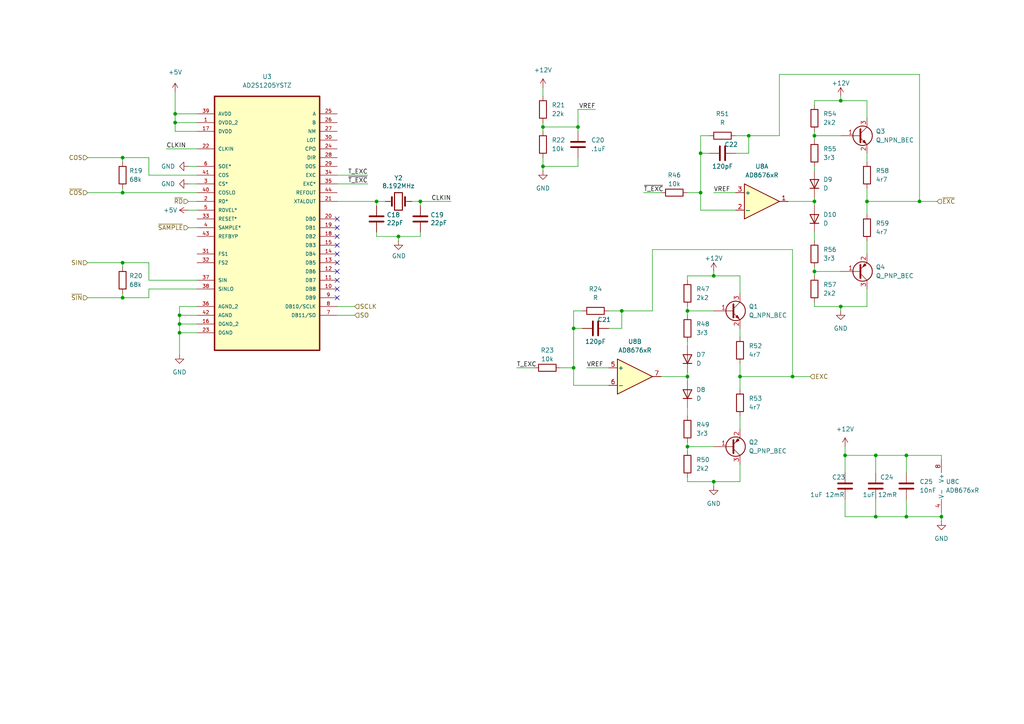
<source format=kicad_sch>
(kicad_sch (version 20211123) (generator eeschema)
  (paper "A4")
  (lib_symbols
    (symbol "AD2S1205YSTZ:AD2S1205YSTZ" (pin_names (offset 1.016))
      (property "Reference" "U" (at -5.0546 34.8998 0))
      (property "Value" "AD2S1205YSTZ" (at -7.1179 -43.9785 0))
      (symbol "AD2S1205YSTZ_0_0"
        (rectangle (start -15.24 -40.64) (end 15.24 33.02) (stroke (width 0.4064)) (fill (type background)))
        (pin power_in line (at -20.32 25.4 0) (length 5.08) (name "DVDD_2") (number "1"))
        (pin output line (at 20.32 -22.86 180) (length 5.08) (name "DB8") (number "10"))
        (pin output line (at 20.32 -20.32 180) (length 5.08) (name "DB7") (number "11"))
        (pin output line (at 20.32 -17.78 180) (length 5.08) (name "DB6") (number "12"))
        (pin output line (at 20.32 -15.24 180) (length 5.08) (name "DB5") (number "13"))
        (pin output line (at 20.32 -12.7 180) (length 5.08) (name "DB4") (number "14"))
        (pin output line (at 20.32 -10.16 180) (length 5.08) (name "DB3") (number "15"))
        (pin passive line (at -20.32 -33.02 0) (length 5.08) (name "DGND_2") (number "16"))
        (pin power_in line (at -20.32 22.86 0) (length 5.08) (name "DVDD") (number "17"))
        (pin output line (at 20.32 -7.62 180) (length 5.08) (name "DB2") (number "18"))
        (pin output line (at 20.32 -5.08 180) (length 5.08) (name "DB1") (number "19"))
        (pin input line (at -20.32 2.54 0) (length 5.08) (name "RD*") (number "2"))
        (pin output line (at 20.32 -2.54 180) (length 5.08) (name "DB0") (number "20"))
        (pin output line (at 20.32 2.54 180) (length 5.08) (name "XTALOUT") (number "21"))
        (pin input line (at -20.32 17.78 0) (length 5.08) (name "CLKIN") (number "22"))
        (pin passive line (at -20.32 -35.56 0) (length 5.08) (name "DGND") (number "23"))
        (pin output line (at 20.32 17.78 180) (length 5.08) (name "CPO") (number "24"))
        (pin output line (at 20.32 27.94 180) (length 5.08) (name "A") (number "25"))
        (pin output line (at 20.32 25.4 180) (length 5.08) (name "B") (number "26"))
        (pin output line (at 20.32 22.86 180) (length 5.08) (name "NM") (number "27"))
        (pin output line (at 20.32 15.24 180) (length 5.08) (name "DIR") (number "28"))
        (pin output line (at 20.32 12.7 180) (length 5.08) (name "DOS") (number "29"))
        (pin input line (at -20.32 7.62 0) (length 5.08) (name "CS*") (number "3"))
        (pin output line (at 20.32 20.32 180) (length 5.08) (name "LOT") (number "30"))
        (pin input line (at -20.32 -12.7 0) (length 5.08) (name "FS1") (number "31"))
        (pin input line (at -20.32 -15.24 0) (length 5.08) (name "FS2") (number "32"))
        (pin input line (at -20.32 -2.54 0) (length 5.08) (name "RESET*") (number "33"))
        (pin output line (at 20.32 10.16 180) (length 5.08) (name "EXC") (number "34"))
        (pin output line (at 20.32 7.62 180) (length 5.08) (name "EXC*") (number "35"))
        (pin passive line (at -20.32 -27.94 0) (length 5.08) (name "AGND_2") (number "36"))
        (pin input line (at -20.32 -20.32 0) (length 5.08) (name "SIN") (number "37"))
        (pin input line (at -20.32 -22.86 0) (length 5.08) (name "SINLO") (number "38"))
        (pin power_in line (at -20.32 27.94 0) (length 5.08) (name "AVDD") (number "39"))
        (pin input line (at -20.32 -5.08 0) (length 5.08) (name "SAMPLE*") (number "4"))
        (pin input line (at -20.32 5.08 0) (length 5.08) (name "COSLO") (number "40"))
        (pin input line (at -20.32 10.16 0) (length 5.08) (name "COS") (number "41"))
        (pin passive line (at -20.32 -30.48 0) (length 5.08) (name "AGND") (number "42"))
        (pin passive line (at -20.32 -7.62 0) (length 5.08) (name "REFBYP") (number "43"))
        (pin output line (at 20.32 5.08 180) (length 5.08) (name "REFOUT") (number "44"))
        (pin input line (at -20.32 0 0) (length 5.08) (name "RDVEL*") (number "5"))
        (pin input line (at -20.32 12.7 0) (length 5.08) (name "SOE*") (number "6"))
        (pin output line (at 20.32 -30.48 180) (length 5.08) (name "DB11/SO") (number "7"))
        (pin output line (at 20.32 -27.94 180) (length 5.08) (name "DB10/SCLK") (number "8"))
        (pin output line (at 20.32 -25.4 180) (length 5.08) (name "DB9") (number "9"))
      )
    )
    (symbol "Amplifier_Operational:AD8676xR" (pin_names (offset 0.127))
      (property "Reference" "U" (at 2.54 6.35 0))
      (property "Value" "AD8676xR" (at 2.54 3.81 0))
      (symbol "AD8676xR_1_1"
        (polyline (pts (xy 5.08 0) (xy -5.08 5.08) (xy -5.08 -5.08) (xy 5.08 0)) (stroke (width 0.254)) (fill (type background)))
        (pin output line (at 7.62 0 180) (length 2.54) (name "~") (number "1"))
        (pin input line (at -7.62 -2.54 0) (length 2.54) (name "-") (number "2"))
        (pin input line (at -7.62 2.54 0) (length 2.54) (name "+") (number "3"))
      )
      (symbol "AD8676xR_2_1"
        (polyline (pts (xy 5.08 0) (xy -5.08 5.08) (xy -5.08 -5.08) (xy 5.08 0)) (stroke (width 0.254)) (fill (type background)))
        (pin input line (at -7.62 2.54 0) (length 2.54) (name "+") (number "5"))
        (pin input line (at -7.62 -2.54 0) (length 2.54) (name "-") (number "6"))
        (pin output line (at 7.62 0 180) (length 2.54) (name "~") (number "7"))
      )
      (symbol "AD8676xR_3_1"
        (pin power_in line (at 0 -7.62 90) (length 3.81) (name "V-") (number "4"))
        (pin power_in line (at 0 7.62 270) (length 3.81) (name "V+") (number "8"))
      )
    )
    (symbol "Device:C" (pin_numbers hide) (pin_names (offset 0.254))
      (property "Reference" "C" (at 0.635 2.54 0))
      (property "Value" "C" (at 0.635 -2.54 0))
      (symbol "C_0_1"
        (polyline (pts (xy -2.032 -0.762) (xy 2.032 -0.762)) (stroke (width 0.508)))
        (polyline (pts (xy -2.032 0.762) (xy 2.032 0.762)) (stroke (width 0.508)))
      )
      (symbol "C_1_1"
        (pin passive line (at 0 3.81 270) (length 2.794) (name "~") (number "1"))
        (pin passive line (at 0 -3.81 90) (length 2.794) (name "~") (number "2"))
      )
    )
    (symbol "Device:Crystal" (pin_numbers hide) (pin_names (offset 1.016) hide)
      (property "Reference" "Y" (at 0 3.81 0))
      (property "Value" "Crystal" (at 0 -3.81 0))
      (symbol "Crystal_0_1"
        (rectangle (start -1.143 2.54) (end 1.143 -2.54) (stroke (width 0.3048)))
        (polyline (pts (xy -2.54 0) (xy -1.905 0)))
        (polyline (pts (xy -1.905 -1.27) (xy -1.905 1.27)) (stroke (width 0.508)))
        (polyline (pts (xy 1.905 -1.27) (xy 1.905 1.27)) (stroke (width 0.508)))
        (polyline (pts (xy 2.54 0) (xy 1.905 0)))
      )
      (symbol "Crystal_1_1"
        (pin passive line (at -3.81 0 0) (length 1.27) (name "1") (number "1"))
        (pin passive line (at 3.81 0 180) (length 1.27) (name "2") (number "2"))
      )
    )
    (symbol "Device:D" (pin_numbers hide) (pin_names (offset 1.016) hide)
      (property "Reference" "D" (at 0 2.54 0))
      (property "Value" "D" (at 0 -2.54 0))
      (symbol "D_0_1"
        (polyline (pts (xy -1.27 1.27) (xy -1.27 -1.27)) (stroke (width 0.254)))
        (polyline (pts (xy 1.27 0) (xy -1.27 0)))
        (polyline (pts (xy 1.27 1.27) (xy 1.27 -1.27) (xy -1.27 0) (xy 1.27 1.27)) (stroke (width 0.254)))
      )
      (symbol "D_1_1"
        (pin passive line (at -3.81 0 0) (length 2.54) (name "K") (number "1"))
        (pin passive line (at 3.81 0 180) (length 2.54) (name "A") (number "2"))
      )
    )
    (symbol "Device:Q_NPN_BEC" (pin_names (offset 0) hide)
      (property "Reference" "Q" (at 5.08 1.27 0))
      (property "Value" "Q_NPN_BEC" (at 5.08 -1.27 0))
      (symbol "Q_NPN_BEC_0_1"
        (polyline (pts (xy 0.635 0.635) (xy 2.54 2.54)))
        (polyline (pts (xy 0.635 -0.635) (xy 2.54 -2.54) (xy 2.54 -2.54)))
        (polyline (pts (xy 0.635 1.905) (xy 0.635 -1.905) (xy 0.635 -1.905)) (stroke (width 0.508)))
        (polyline (pts (xy 1.27 -1.778) (xy 1.778 -1.27) (xy 2.286 -2.286) (xy 1.27 -1.778) (xy 1.27 -1.778)) (fill (type outline)))
        (circle (center 1.27 0) (radius 2.8194) (stroke (width 0.254)))
      )
      (symbol "Q_NPN_BEC_1_1"
        (pin input line (at -5.08 0 0) (length 5.715) (name "B") (number "1"))
        (pin passive line (at 2.54 -5.08 90) (length 2.54) (name "E") (number "2"))
        (pin passive line (at 2.54 5.08 270) (length 2.54) (name "C") (number "3"))
      )
    )
    (symbol "Device:Q_PNP_BEC" (pin_names (offset 0) hide)
      (property "Reference" "Q" (at 5.08 1.27 0))
      (property "Value" "Q_PNP_BEC" (at 5.08 -1.27 0))
      (symbol "Q_PNP_BEC_0_1"
        (polyline (pts (xy 0.635 0.635) (xy 2.54 2.54)))
        (polyline (pts (xy 0.635 -0.635) (xy 2.54 -2.54) (xy 2.54 -2.54)))
        (polyline (pts (xy 0.635 1.905) (xy 0.635 -1.905) (xy 0.635 -1.905)) (stroke (width 0.508)))
        (polyline (pts (xy 2.286 -1.778) (xy 1.778 -2.286) (xy 1.27 -1.27) (xy 2.286 -1.778) (xy 2.286 -1.778)) (fill (type outline)))
        (circle (center 1.27 0) (radius 2.8194) (stroke (width 0.254)))
      )
      (symbol "Q_PNP_BEC_1_1"
        (pin input line (at -5.08 0 0) (length 5.715) (name "B") (number "1"))
        (pin passive line (at 2.54 -5.08 90) (length 2.54) (name "E") (number "2"))
        (pin passive line (at 2.54 5.08 270) (length 2.54) (name "C") (number "3"))
      )
    )
    (symbol "Device:R" (pin_numbers hide) (pin_names (offset 0))
      (property "Reference" "R" (at 2.032 0 90))
      (property "Value" "R" (at 0 0 90))
      (symbol "R_0_1"
        (rectangle (start -1.016 -2.54) (end 1.016 2.54) (stroke (width 0.254)))
      )
      (symbol "R_1_1"
        (pin passive line (at 0 3.81 270) (length 1.27) (name "~") (number "1"))
        (pin passive line (at 0 -3.81 90) (length 1.27) (name "~") (number "2"))
      )
    )
    (symbol "power:+12V" (power) (pin_names (offset 0))
      (property "Value" "+12V" (at 0 3.556 0))
      (symbol "+12V_0_1"
        (polyline (pts (xy -0.762 1.27) (xy 0 2.54)))
        (polyline (pts (xy 0 0) (xy 0 2.54)))
        (polyline (pts (xy 0 2.54) (xy 0.762 1.27)))
      )
      (symbol "+12V_1_1"
        (pin power_in line (at 0 0 90) (length 0) hide (name "+12V") (number "1"))
      )
    )
    (symbol "power:+5V" (power) (pin_names (offset 0))
      (property "Value" "+5V" (at 0 3.556 0))
      (symbol "+5V_0_1"
        (polyline (pts (xy -0.762 1.27) (xy 0 2.54)))
        (polyline (pts (xy 0 0) (xy 0 2.54)))
        (polyline (pts (xy 0 2.54) (xy 0.762 1.27)))
      )
      (symbol "+5V_1_1"
        (pin power_in line (at 0 0 90) (length 0) hide (name "+5V") (number "1"))
      )
    )
    (symbol "power:GND" (power) (pin_names (offset 0))
      (property "Value" "GND" (at 0 -3.81 0))
      (symbol "GND_0_1"
        (polyline (pts (xy 0 0) (xy 0 -1.27) (xy 1.27 -1.27) (xy 0 -2.54) (xy -1.27 -1.27) (xy 0 -1.27)))
      )
      (symbol "GND_1_1"
        (pin power_in line (at 0 0 270) (length 0) hide (name "GND") (number "1"))
      )
    )
    (symbol "prius_gen2-rescue:GND-power-prius_gen2-rescue" (power) (pin_names (offset 0))
      (property "Value" "GND-power-prius_gen2-rescue" (at 0 -3.81 0))
      (symbol "GND-power-prius_gen2-rescue_0_1"
        (polyline (pts (xy 0 0) (xy 0 -1.27) (xy 1.27 -1.27) (xy 0 -2.54) (xy -1.27 -1.27) (xy 0 -1.27)))
      )
      (symbol "GND-power-prius_gen2-rescue_1_1"
        (pin power_in line (at 0 0 270) (length 0) hide (name "GND") (number "1"))
      )
    )
  )
  (junction (at 35.56 45.72))
  (junction (at 115.57 68.58))
  (junction (at 180.34 90.17))
  (junction (at 167.64 36.83))
  (junction (at 157.48 48.26))
  (junction (at 199.39 129.54))
  (junction (at 35.56 86.36))
  (junction (at 166.37 106.68))
  (junction (at 236.22 58.42))
  (junction (at 52.07 93.98))
  (junction (at 52.07 91.44))
  (junction (at 251.46 58.42))
  (junction (at 199.39 90.17))
  (junction (at 109.22 58.42))
  (junction (at 50.8 33.02))
  (junction (at 254 132.08))
  (junction (at 207.01 80.01))
  (junction (at 266.7 58.42))
  (junction (at 203.2 44.45))
  (junction (at 207.01 139.7))
  (junction (at 50.8 35.56))
  (junction (at 273.05 149.86))
  (junction (at 262.89 132.08))
  (junction (at 52.07 96.52))
  (junction (at 236.22 78.74))
  (junction (at 245.11 132.08))
  (junction (at 254 149.86))
  (junction (at 214.63 109.22))
  (junction (at 166.37 95.25))
  (junction (at 35.56 76.2))
  (junction (at 236.22 39.37))
  (junction (at 35.56 55.88))
  (junction (at 217.17 39.37))
  (junction (at 262.89 149.86))
  (junction (at 121.92 58.42))
  (junction (at 243.84 88.9))
  (junction (at 203.2 55.88))
  (junction (at 229.87 109.22))
  (junction (at 157.48 36.83))
  (junction (at 243.84 29.21))
  (junction (at 199.39 109.22))
  (no_connect (at 97.79 81.28))
  (no_connect (at 97.79 78.74))
  (no_connect (at 97.79 66.04))
  (no_connect (at 97.79 71.12))
  (no_connect (at 97.79 68.58))
  (no_connect (at 97.79 83.82))
  (no_connect (at 97.79 76.2))
  (no_connect (at 97.79 73.66))
  (no_connect (at 97.79 63.5))
  (no_connect (at 97.79 86.36))
  (wire (pts (xy 97.79 91.44) (xy 102.87 91.44)))
  (wire (pts (xy 50.8 35.56) (xy 50.8 38.1)))
  (wire (pts (xy 199.39 90.17) (xy 207.01 90.17)))
  (wire (pts (xy 262.89 149.86) (xy 254 149.86)))
  (wire (pts (xy 97.79 58.42) (xy 109.22 58.42)))
  (wire (pts (xy 35.56 86.36) (xy 25.4 86.36)))
  (wire (pts (xy 50.8 26.67) (xy 50.8 33.02)))
  (wire (pts (xy 213.36 44.45) (xy 217.17 44.45)))
  (wire (pts (xy 172.72 31.75) (xy 167.64 31.75)))
  (wire (pts (xy 236.22 39.37) (xy 236.22 38.1)))
  (wire (pts (xy 236.22 29.21) (xy 236.22 30.48)))
  (wire (pts (xy 236.22 49.53) (xy 236.22 48.26)))
  (wire (pts (xy 157.48 36.83) (xy 157.48 38.1)))
  (wire (pts (xy 251.46 88.9) (xy 243.84 88.9)))
  (wire (pts (xy 157.48 48.26) (xy 167.64 48.26)))
  (wire (pts (xy 207.01 55.88) (xy 213.36 55.88)))
  (wire (pts (xy 189.23 72.39) (xy 229.87 72.39)))
  (wire (pts (xy 109.22 58.42) (xy 109.22 59.69)))
  (wire (pts (xy 273.05 132.08) (xy 273.05 133.35)))
  (wire (pts (xy 97.79 50.8) (xy 106.68 50.8)))
  (wire (pts (xy 214.63 109.22) (xy 214.63 113.03)))
  (wire (pts (xy 121.92 58.42) (xy 121.92 59.69)))
  (wire (pts (xy 254 149.86) (xy 245.11 149.86)))
  (wire (pts (xy 251.46 29.21) (xy 251.46 34.29)))
  (wire (pts (xy 214.63 139.7) (xy 207.01 139.7)))
  (wire (pts (xy 199.39 100.33) (xy 199.39 99.06)))
  (wire (pts (xy 266.7 58.42) (xy 251.46 58.42)))
  (wire (pts (xy 273.05 149.86) (xy 262.89 149.86)))
  (wire (pts (xy 245.11 129.54) (xy 245.11 132.08)))
  (wire (pts (xy 217.17 39.37) (xy 213.36 39.37)))
  (wire (pts (xy 203.2 44.45) (xy 205.74 44.45)))
  (wire (pts (xy 217.17 39.37) (xy 217.17 44.45)))
  (wire (pts (xy 229.87 72.39) (xy 229.87 109.22)))
  (wire (pts (xy 25.4 45.72) (xy 35.56 45.72)))
  (wire (pts (xy 243.84 29.21) (xy 243.84 27.94)))
  (wire (pts (xy 199.39 129.54) (xy 199.39 130.81)))
  (wire (pts (xy 207.01 80.01) (xy 207.01 78.74)))
  (wire (pts (xy 236.22 88.9) (xy 236.22 87.63)))
  (wire (pts (xy 167.64 36.83) (xy 167.64 38.1)))
  (wire (pts (xy 115.57 68.58) (xy 121.92 68.58)))
  (wire (pts (xy 207.01 139.7) (xy 199.39 139.7)))
  (wire (pts (xy 149.86 106.68) (xy 154.94 106.68)))
  (wire (pts (xy 35.56 76.2) (xy 43.18 76.2)))
  (wire (pts (xy 199.39 80.01) (xy 199.39 81.28)))
  (wire (pts (xy 35.56 85.09) (xy 35.56 86.36)))
  (wire (pts (xy 199.39 120.65) (xy 199.39 118.11)))
  (wire (pts (xy 157.48 45.72) (xy 157.48 48.26)))
  (wire (pts (xy 50.8 35.56) (xy 57.15 35.56)))
  (wire (pts (xy 214.63 134.62) (xy 214.63 139.7)))
  (wire (pts (xy 50.8 33.02) (xy 57.15 33.02)))
  (wire (pts (xy 166.37 111.76) (xy 166.37 106.68)))
  (wire (pts (xy 186.69 55.88) (xy 191.77 55.88)))
  (wire (pts (xy 236.22 39.37) (xy 243.84 39.37)))
  (wire (pts (xy 180.34 90.17) (xy 189.23 90.17)))
  (wire (pts (xy 217.17 39.37) (xy 226.06 39.37)))
  (wire (pts (xy 243.84 88.9) (xy 236.22 88.9)))
  (wire (pts (xy 166.37 106.68) (xy 162.56 106.68)))
  (wire (pts (xy 236.22 57.15) (xy 236.22 58.42)))
  (wire (pts (xy 180.34 90.17) (xy 176.53 90.17)))
  (wire (pts (xy 35.56 45.72) (xy 43.18 45.72)))
  (wire (pts (xy 203.2 39.37) (xy 203.2 44.45)))
  (wire (pts (xy 236.22 29.21) (xy 243.84 29.21)))
  (wire (pts (xy 50.8 38.1) (xy 57.15 38.1)))
  (wire (pts (xy 203.2 55.88) (xy 199.39 55.88)))
  (wire (pts (xy 251.46 58.42) (xy 251.46 62.23)))
  (wire (pts (xy 167.64 31.75) (xy 167.64 36.83)))
  (wire (pts (xy 191.77 109.22) (xy 199.39 109.22)))
  (wire (pts (xy 54.61 58.42) (xy 57.15 58.42)))
  (wire (pts (xy 157.48 36.83) (xy 167.64 36.83)))
  (wire (pts (xy 35.56 55.88) (xy 25.4 55.88)))
  (wire (pts (xy 109.22 67.31) (xy 109.22 68.58)))
  (wire (pts (xy 229.87 109.22) (xy 234.95 109.22)))
  (wire (pts (xy 251.46 83.82) (xy 251.46 88.9)))
  (wire (pts (xy 52.07 96.52) (xy 57.15 96.52)))
  (wire (pts (xy 262.89 132.08) (xy 262.89 137.16)))
  (wire (pts (xy 43.18 83.82) (xy 43.18 86.36)))
  (wire (pts (xy 205.74 39.37) (xy 203.2 39.37)))
  (wire (pts (xy 43.18 81.28) (xy 43.18 76.2)))
  (wire (pts (xy 52.07 88.9) (xy 52.07 91.44)))
  (wire (pts (xy 166.37 95.25) (xy 166.37 106.68)))
  (wire (pts (xy 97.79 53.34) (xy 106.68 53.34)))
  (wire (pts (xy 180.34 90.17) (xy 180.34 95.25)))
  (wire (pts (xy 199.39 107.95) (xy 199.39 109.22)))
  (wire (pts (xy 214.63 105.41) (xy 214.63 109.22)))
  (wire (pts (xy 236.22 78.74) (xy 236.22 80.01)))
  (wire (pts (xy 245.11 137.16) (xy 245.11 132.08)))
  (wire (pts (xy 166.37 90.17) (xy 166.37 95.25)))
  (wire (pts (xy 266.7 58.42) (xy 271.78 58.42)))
  (wire (pts (xy 121.92 68.58) (xy 121.92 67.31)))
  (wire (pts (xy 254 144.78) (xy 254 149.86)))
  (wire (pts (xy 262.89 144.78) (xy 262.89 149.86)))
  (wire (pts (xy 43.18 50.8) (xy 57.15 50.8)))
  (wire (pts (xy 54.61 48.26) (xy 57.15 48.26)))
  (wire (pts (xy 236.22 40.64) (xy 236.22 39.37)))
  (wire (pts (xy 245.11 132.08) (xy 254 132.08)))
  (wire (pts (xy 57.15 88.9) (xy 52.07 88.9)))
  (wire (pts (xy 266.7 21.59) (xy 266.7 58.42)))
  (wire (pts (xy 273.05 148.59) (xy 273.05 149.86)))
  (wire (pts (xy 273.05 149.86) (xy 273.05 151.13)))
  (wire (pts (xy 167.64 45.72) (xy 167.64 48.26)))
  (wire (pts (xy 189.23 90.17) (xy 189.23 72.39)))
  (wire (pts (xy 199.39 139.7) (xy 199.39 138.43)))
  (wire (pts (xy 214.63 80.01) (xy 214.63 85.09)))
  (wire (pts (xy 52.07 91.44) (xy 57.15 91.44)))
  (wire (pts (xy 229.87 109.22) (xy 214.63 109.22)))
  (wire (pts (xy 170.18 106.68) (xy 176.53 106.68)))
  (wire (pts (xy 243.84 88.9) (xy 243.84 90.17)))
  (wire (pts (xy 43.18 86.36) (xy 35.56 86.36)))
  (wire (pts (xy 50.8 33.02) (xy 50.8 35.56)))
  (wire (pts (xy 176.53 95.25) (xy 180.34 95.25)))
  (wire (pts (xy 243.84 29.21) (xy 251.46 29.21)))
  (wire (pts (xy 203.2 60.96) (xy 203.2 55.88)))
  (wire (pts (xy 35.56 54.61) (xy 35.56 55.88)))
  (wire (pts (xy 57.15 83.82) (xy 43.18 83.82)))
  (wire (pts (xy 157.48 25.4) (xy 157.48 27.94)))
  (wire (pts (xy 43.18 50.8) (xy 43.18 45.72)))
  (wire (pts (xy 121.92 58.42) (xy 130.81 58.42)))
  (wire (pts (xy 54.61 53.34) (xy 57.15 53.34)))
  (wire (pts (xy 236.22 78.74) (xy 236.22 77.47)))
  (wire (pts (xy 54.61 60.96) (xy 57.15 60.96)))
  (wire (pts (xy 35.56 55.88) (xy 57.15 55.88)))
  (wire (pts (xy 52.07 91.44) (xy 52.07 93.98)))
  (wire (pts (xy 166.37 95.25) (xy 168.91 95.25)))
  (wire (pts (xy 254 132.08) (xy 254 137.16)))
  (wire (pts (xy 207.01 139.7) (xy 207.01 140.97)))
  (wire (pts (xy 25.4 76.2) (xy 35.56 76.2)))
  (wire (pts (xy 207.01 80.01) (xy 214.63 80.01)))
  (wire (pts (xy 52.07 102.87) (xy 52.07 96.52)))
  (wire (pts (xy 207.01 129.54) (xy 199.39 129.54)))
  (wire (pts (xy 52.07 93.98) (xy 52.07 96.52)))
  (wire (pts (xy 226.06 21.59) (xy 266.7 21.59)))
  (wire (pts (xy 262.89 132.08) (xy 273.05 132.08)))
  (wire (pts (xy 203.2 60.96) (xy 213.36 60.96)))
  (wire (pts (xy 254 132.08) (xy 262.89 132.08)))
  (wire (pts (xy 199.39 80.01) (xy 207.01 80.01)))
  (wire (pts (xy 109.22 58.42) (xy 111.76 58.42)))
  (wire (pts (xy 35.56 45.72) (xy 35.56 46.99)))
  (wire (pts (xy 243.84 78.74) (xy 236.22 78.74)))
  (wire (pts (xy 157.48 48.26) (xy 157.48 49.53)))
  (wire (pts (xy 48.26 43.18) (xy 57.15 43.18)))
  (wire (pts (xy 119.38 58.42) (xy 121.92 58.42)))
  (wire (pts (xy 115.57 68.58) (xy 115.57 69.85)))
  (wire (pts (xy 166.37 111.76) (xy 176.53 111.76)))
  (wire (pts (xy 57.15 93.98) (xy 52.07 93.98)))
  (wire (pts (xy 203.2 44.45) (xy 203.2 55.88)))
  (wire (pts (xy 245.11 149.86) (xy 245.11 144.78)))
  (wire (pts (xy 251.46 69.85) (xy 251.46 73.66)))
  (wire (pts (xy 199.39 91.44) (xy 199.39 90.17)))
  (wire (pts (xy 236.22 58.42) (xy 236.22 59.69)))
  (wire (pts (xy 199.39 109.22) (xy 199.39 110.49)))
  (wire (pts (xy 97.79 88.9) (xy 102.87 88.9)))
  (wire (pts (xy 199.39 129.54) (xy 199.39 128.27)))
  (wire (pts (xy 199.39 90.17) (xy 199.39 88.9)))
  (wire (pts (xy 109.22 68.58) (xy 115.57 68.58)))
  (wire (pts (xy 226.06 39.37) (xy 226.06 21.59)))
  (wire (pts (xy 251.46 46.99) (xy 251.46 44.45)))
  (wire (pts (xy 228.6 58.42) (xy 236.22 58.42)))
  (wire (pts (xy 157.48 35.56) (xy 157.48 36.83)))
  (wire (pts (xy 251.46 54.61) (xy 251.46 58.42)))
  (wire (pts (xy 54.61 66.04) (xy 57.15 66.04)))
  (wire (pts (xy 214.63 120.65) (xy 214.63 124.46)))
  (wire (pts (xy 168.91 90.17) (xy 166.37 90.17)))
  (wire (pts (xy 57.15 81.28) (xy 43.18 81.28)))
  (wire (pts (xy 236.22 69.85) (xy 236.22 67.31)))
  (wire (pts (xy 214.63 97.79) (xy 214.63 95.25)))
  (wire (pts (xy 35.56 76.2) (xy 35.56 77.47)))
  (label "VREF" (at 170.18 106.68 0))
  (label "CLKIN" (at 48.26 43.18 0))
  (label "~{T_EXC}" (at 106.68 53.34 180))
  (label "VREF" (at 172.72 31.75 180))
  (label "T_EXC" (at 106.68 50.8 180))
  (label "VREF" (at 207.01 55.88 0))
  (label "CLKIN" (at 130.81 58.42 180))
  (label "T_EXC" (at 149.86 106.68 0))
  (label "~{T_EXC}" (at 186.69 55.88 0))
  (hierarchical_label "SCLK" (shape input) (at 102.87 88.9 0))
  (hierarchical_label "~{EXC}" (shape input) (at 271.78 58.42 0))
  (hierarchical_label "SO" (shape input) (at 102.87 91.44 0))
  (hierarchical_label "~{COS}" (shape input) (at 25.4 55.88 180))
  (hierarchical_label "~{SIN}" (shape input) (at 25.4 86.36 180))
  (hierarchical_label "EXC" (shape input) (at 234.95 109.22 0))
  (hierarchical_label "~{SAMPLE}" (shape input) (at 54.61 66.04 180))
  (hierarchical_label "COS" (shape input) (at 25.4 45.72 180))
  (hierarchical_label "SIN" (shape input) (at 25.4 76.2 180))
  (hierarchical_label "~{RD}" (shape input) (at 54.61 58.42 180))
  (symbol (lib_id "power:GND") (at 273.05 151.13 0) (unit 1)
    (property "Reference" "#PWR081" (effects hide))
    (property "Value" "GND" (at 273.05 156.21 0))
  )
  (symbol (lib_id "Device:C") (at 121.92 63.5 180) (unit 1)
    (property "Reference" "C19" (at 124.841 62.3316 0) (effects (justify right)))
    (property "Value" "22pF" (at 124.841 64.643 0) (effects (justify right)))
    (property "Footprint" "Capacitor_SMD:C_0603_1608Metric" (effects hide))
    (property "LCSC" "C309441" (effects hide))
    (property "mpn" "CC0603JRNPO9BN200" (effects hide))
  )
  (symbol (lib_id "Device:R") (at 199.39 95.25 0) (unit 1)
    (property "Reference" "R48" (at 201.93 93.9799 0) (effects (justify left)))
    (property "Value" "3r3" (at 201.93 96.5199 0) (effects (justify left)))
    (property "Footprint" "Resistor_SMD:R_0603_1608Metric" (effects hide))
    (property "LCSC" "C365471" (effects hide))
  )
  (symbol (lib_id "Device:R") (at 158.75 106.68 270) (unit 1)
    (property "Reference" "R23" (at 158.75 101.6 90))
    (property "Value" "10k" (at 158.75 104.14 90))
    (property "Footprint" "Resistor_SMD:R_0603_1608Metric" (effects hide))
    (property "LCSC" "C25804" (effects hide))
  )
  (symbol (lib_id "Device:R") (at 251.46 50.8 0) (unit 1)
    (property "Reference" "R58" (at 254 49.5299 0) (effects (justify left)))
    (property "Value" "4r7" (at 254 52.0699 0) (effects (justify left)))
    (property "Footprint" "Resistor_SMD:R_0603_1608Metric" (effects hide))
    (property "LCSC" "C23164" (effects hide))
  )
  (symbol (lib_id "power:+12V") (at 207.01 78.74 0) (unit 1)
    (property "Reference" "#PWR076" (effects hide))
    (property "Value" "+12V" (at 207.01 74.93 0))
  )
  (symbol (lib_id "prius_gen2-rescue:GND-power-prius_gen2-rescue") (at 115.57 69.85 0) (unit 1)
    (property "Reference" "#PWR043" (effects hide))
    (property "Value" "GND" (at 115.697 74.2442 0))
  )
  (symbol (lib_id "Device:Q_NPN_BEC") (at 248.92 39.37 0) (unit 1)
    (property "Reference" "Q3" (at 254 38.0999 0) (effects (justify left)))
    (property "Value" "Q_NPN_BEC" (at 254 40.6399 0) (effects (justify left)))
    (property "Footprint" "Package_TO_SOT_SMD:TSOT-23" (effects hide))
    (property "LCSC" "C2144" (effects hide))
  )
  (symbol (lib_id "power:GND") (at 207.01 140.97 0) (unit 1)
    (property "Reference" "#PWR077" (effects hide))
    (property "Value" "GND" (at 207.01 146.05 0))
  )
  (symbol (lib_id "Device:R") (at 236.22 83.82 0) (unit 1)
    (property "Reference" "R57" (at 238.76 82.5499 0) (effects (justify left)))
    (property "Value" "2k2" (at 238.76 85.0899 0) (effects (justify left)))
    (property "Footprint" "Resistor_SMD:R_0603_1608Metric" (effects hide))
    (property "LCSC" "C325643" (effects hide))
  )
  (symbol (lib_id "Device:Q_PNP_BEC") (at 212.09 129.54 0) (mirror x) (unit 1)
    (property "Reference" "Q2" (at 217.17 128.2699 0) (effects (justify left)))
    (property "Value" "Q_PNP_BEC" (at 217.17 130.8099 0) (effects (justify left)))
    (property "Footprint" "Package_TO_SOT_SMD:TSOT-23" (effects hide))
    (property "LCSC" "C8326" (effects hide))
  )
  (symbol (lib_id "Device:R") (at 209.55 39.37 90) (unit 1)
    (property "Reference" "R51" (at 209.55 33.02 90))
    (property "Value" "R" (at 209.55 35.56 90))
    (property "Footprint" "Resistor_SMD:R_0603_1608Metric" (effects hide))
  )
  (symbol (lib_id "Device:D") (at 236.22 63.5 90) (unit 1)
    (property "Reference" "D10" (at 238.76 62.2299 90) (effects (justify right)))
    (property "Value" "D" (at 238.76 64.7699 90) (effects (justify right)))
    (property "Footprint" "Diode_SMD:D_SOD-123" (effects hide))
    (property "LCSC" "C83528" (effects hide))
  )
  (symbol (lib_id "power:GND") (at 52.07 102.87 0) (unit 1)
    (property "Reference" "#PWR040" (effects hide))
    (property "Value" "GND" (at 52.07 107.95 0))
  )
  (symbol (lib_id "Device:R") (at 199.39 124.46 0) (unit 1)
    (property "Reference" "R49" (at 201.93 123.1899 0) (effects (justify left)))
    (property "Value" "3r3" (at 201.93 125.7299 0) (effects (justify left)))
    (property "Footprint" "Resistor_SMD:R_0603_1608Metric" (effects hide))
    (property "LCSC" "C365471" (effects hide))
  )
  (symbol (lib_id "Device:R") (at 236.22 73.66 0) (unit 1)
    (property "Reference" "R56" (at 238.76 72.3899 0) (effects (justify left)))
    (property "Value" "3r3" (at 238.76 74.9299 0) (effects (justify left)))
    (property "Footprint" "Resistor_SMD:R_0603_1608Metric" (effects hide))
    (property "LCSC" "C365471" (effects hide))
  )
  (symbol (lib_id "Device:R") (at 199.39 85.09 0) (unit 1)
    (property "Reference" "R47" (at 201.93 83.8199 0) (effects (justify left)))
    (property "Value" "2k2" (at 201.93 86.3599 0) (effects (justify left)))
    (property "Footprint" "Resistor_SMD:R_0603_1608Metric" (effects hide))
    (property "LCSC" "C325643" (effects hide))
  )
  (symbol (lib_id "Device:Q_NPN_BEC") (at 212.09 90.17 0) (unit 1)
    (property "Reference" "Q1" (at 217.17 88.8999 0) (effects (justify left)))
    (property "Value" "Q_NPN_BEC" (at 217.17 91.4399 0) (effects (justify left)))
    (property "Footprint" "Package_TO_SOT_SMD:TSOT-23" (effects hide))
    (property "LCSC" "C2144" (effects hide))
  )
  (symbol (lib_id "Device:D") (at 236.22 53.34 90) (unit 1)
    (property "Reference" "D9" (at 238.76 52.0699 90) (effects (justify right)))
    (property "Value" "D" (at 238.76 54.6099 90) (effects (justify right)))
    (property "Footprint" "Diode_SMD:D_SOD-123" (effects hide))
    (property "LCSC" "C83528" (effects hide))
  )
  (symbol (lib_id "Device:Q_PNP_BEC") (at 248.92 78.74 0) (mirror x) (unit 1)
    (property "Reference" "Q4" (at 254 77.4699 0) (effects (justify left)))
    (property "Value" "Q_PNP_BEC" (at 254 80.0099 0) (effects (justify left)))
    (property "Footprint" "Package_TO_SOT_SMD:TSOT-23" (effects hide))
    (property "LCSC" "C8326" (effects hide))
  )
  (symbol (lib_id "Device:R") (at 195.58 55.88 270) (unit 1)
    (property "Reference" "R46" (at 195.58 50.8 90))
    (property "Value" "10k" (at 195.58 53.34 90))
    (property "Footprint" "Resistor_SMD:R_0603_1608Metric" (effects hide))
    (property "LCSC" "C25804" (effects hide))
  )
  (symbol (lib_id "Amplifier_Operational:AD8676xR") (at 273.05 140.97 0) (unit 3)
    (property "Reference" "U8" (at 274.32 139.6999 0) (effects (justify left)))
    (property "Value" "AD8676xR" (at 274.32 142.2399 0) (effects (justify left)))
    (property "Footprint" "Package_SO:SOIC-8_3.9x4.9mm_P1.27mm" (effects hide))
    (property "Datasheet" "https://www.analog.com/media/en/technical-documentation/data-sheets/AD8676.pdf" (effects hide))
  )
  (symbol (lib_id "Device:D") (at 199.39 114.3 90) (unit 1)
    (property "Reference" "D8" (at 201.93 113.0299 90) (effects (justify right)))
    (property "Value" "D" (at 201.93 115.5699 90) (effects (justify right)))
    (property "Footprint" "Diode_SMD:D_SOD-123" (effects hide))
    (property "LCSC" "C83528" (effects hide))
  )
  (symbol (lib_id "Device:R") (at 236.22 44.45 0) (unit 1)
    (property "Reference" "R55" (at 238.76 43.1799 0) (effects (justify left)))
    (property "Value" "3r3" (at 238.76 45.7199 0) (effects (justify left)))
    (property "Footprint" "Resistor_SMD:R_0603_1608Metric" (effects hide))
    (property "LCSC" "C365471" (effects hide))
  )
  (symbol (lib_id "Device:R") (at 172.72 90.17 90) (unit 1)
    (property "Reference" "R24" (at 172.72 83.82 90))
    (property "Value" "R" (at 172.72 86.36 90))
    (property "Footprint" "Resistor_SMD:R_0603_1608Metric" (effects hide))
  )
  (symbol (lib_id "power:GND") (at 54.61 53.34 270) (unit 1)
    (property "Reference" "#PWR041" (effects hide))
    (property "Value" "GND" (at 50.8 53.3399 90) (effects (justify right)))
  )
  (symbol (lib_id "AD2S1205YSTZ:AD2S1205YSTZ") (at 77.47 60.96 0) (unit 1)
    (property "Reference" "U3" (at 77.47 22.225 0))
    (property "Value" "AD2S1205YSTZ" (at 77.47 24.765 0))
    (property "Footprint" "ad2s:QFP80P1200X1200X160-44N" (effects hide))
    (property "PACKAGE" "LQFP-44" (effects hide))
    (property "OC_NEWARK" "34M4949" (effects hide))
    (property "MPN" "AD2S1205YSTZ" (effects hide))
    (property "OC_FARNELL" "1498670" (effects hide))
    (property "SUPPLIER" "Analog Devices" (effects hide))
    (property "LCSC" "C91729 " (effects hide))
  )
  (symbol (lib_id "Device:R") (at 199.39 134.62 0) (unit 1)
    (property "Reference" "R50" (at 201.93 133.3499 0) (effects (justify left)))
    (property "Value" "2k2" (at 201.93 135.8899 0) (effects (justify left)))
    (property "Footprint" "Resistor_SMD:R_0603_1608Metric" (effects hide))
    (property "LCSC" "C325643" (effects hide))
  )
  (symbol (lib_id "Device:Crystal") (at 115.57 58.42 0) (unit 1)
    (property "Reference" "Y2" (at 115.57 51.6128 0))
    (property "Value" "8.192MHz" (at 115.57 53.9242 0))
    (property "Footprint" "Crystal:Crystal_SMD_5032-2Pin_5.0x3.2mm" (effects hide))
    (property "LCSC" "C115962" (effects hide))
  )
  (symbol (lib_id "Device:R") (at 251.46 66.04 0) (unit 1)
    (property "Reference" "R59" (at 254 64.7699 0) (effects (justify left)))
    (property "Value" "4r7" (at 254 67.3099 0) (effects (justify left)))
    (property "Footprint" "Resistor_SMD:R_0603_1608Metric" (effects hide))
    (property "LCSC" "C23164" (effects hide))
  )
  (symbol (lib_id "Device:R") (at 214.63 101.6 0) (unit 1)
    (property "Reference" "R52" (at 217.17 100.3299 0) (effects (justify left)))
    (property "Value" "4r7" (at 217.17 102.8699 0) (effects (justify left)))
    (property "Footprint" "Resistor_SMD:R_0603_1608Metric" (effects hide))
    (property "LCSC" "C23164" (effects hide))
  )
  (symbol (lib_id "power:GND") (at 157.48 49.53 0) (unit 1)
    (property "Reference" "#PWR045" (effects hide))
    (property "Value" "GND" (at 157.48 54.61 0))
  )
  (symbol (lib_id "power:+5V") (at 54.61 60.96 90) (unit 1)
    (property "Reference" "#PWR0101" (effects hide))
    (property "Value" "+5V" (at 51.435 60.9599 90) (effects (justify left)))
  )
  (symbol (lib_id "Device:R") (at 35.56 81.28 0) (unit 1)
    (property "Reference" "R20" (at 37.465 80.0099 0) (effects (justify left)))
    (property "Value" "68k" (at 37.465 82.5499 0) (effects (justify left)))
    (property "Footprint" "Resistor_SMD:R_0603_1608Metric" (effects hide))
    (property "LCSC" "C23231" (effects hide))
  )
  (symbol (lib_id "Amplifier_Operational:AD8676xR") (at 220.98 58.42 0) (unit 1)
    (property "Reference" "U8" (at 220.98 48.26 0))
    (property "Value" "AD8676xR" (at 220.98 50.8 0))
    (property "Footprint" "Package_SO:SOIC-8_3.9x4.9mm_P1.27mm" (effects hide))
    (property "Datasheet" "https://www.analog.com/media/en/technical-documentation/data-sheets/AD8676.pdf" (effects hide))
  )
  (symbol (lib_id "power:GND") (at 243.84 90.17 0) (unit 1)
    (property "Reference" "#PWR079" (effects hide))
    (property "Value" "GND" (at 243.84 95.25 0))
  )
  (symbol (lib_id "Device:R") (at 214.63 116.84 0) (unit 1)
    (property "Reference" "R53" (at 217.17 115.5699 0) (effects (justify left)))
    (property "Value" "4r7" (at 217.17 118.1099 0) (effects (justify left)))
    (property "Footprint" "Resistor_SMD:R_0603_1608Metric" (effects hide))
    (property "LCSC" "C23164" (effects hide))
  )
  (symbol (lib_id "Device:D") (at 199.39 104.14 90) (unit 1)
    (property "Reference" "D7" (at 201.93 102.8699 90) (effects (justify right)))
    (property "Value" "D" (at 201.93 105.4099 90) (effects (justify right)))
    (property "Footprint" "Diode_SMD:D_SOD-123" (effects hide))
    (property "LCSC" "C83528" (effects hide))
  )
  (symbol (lib_id "Device:C") (at 209.55 44.45 90) (unit 1)
    (property "Reference" "C22" (at 212.09 41.91 90))
    (property "Value" "120pF" (at 209.55 48.26 90))
    (property "Footprint" "Capacitor_SMD:C_0603_1608Metric" (effects hide))
    (property "LCSC" "C1643" (effects hide))
  )
  (symbol (lib_id "Device:C") (at 172.72 95.25 90) (unit 1)
    (property "Reference" "C21" (at 175.26 92.71 90))
    (property "Value" "120pF" (at 172.72 99.06 90))
    (property "Footprint" "Capacitor_SMD:C_0603_1608Metric" (effects hide))
    (property "LCSC" "C1643" (effects hide))
  )
  (symbol (lib_id "Device:C") (at 262.89 140.97 0) (unit 1)
    (property "Reference" "C25" (at 266.7 139.6999 0) (effects (justify left)))
    (property "Value" "10nF" (at 266.7 142.2399 0) (effects (justify left)))
    (property "Footprint" "Capacitor_SMD:C_0603_1608Metric" (effects hide))
    (property "LCSC" "C302008" (effects hide))
  )
  (symbol (lib_id "Device:R") (at 157.48 41.91 0) (unit 1)
    (property "Reference" "R22" (at 160.02 40.6399 0) (effects (justify left)))
    (property "Value" "10k" (at 160.02 43.1799 0) (effects (justify left)))
    (property "Footprint" "Resistor_SMD:R_0603_1608Metric" (effects hide))
    (property "LCSC" "C25804" (effects hide))
  )
  (symbol (lib_id "power:+12V") (at 157.48 25.4 0) (unit 1)
    (property "Reference" "#PWR044" (effects hide))
    (property "Value" "+12V" (at 157.48 20.32 0))
  )
  (symbol (lib_id "power:+12V") (at 245.11 129.54 0) (unit 1)
    (property "Reference" "#PWR080" (effects hide))
    (property "Value" "+12V" (at 245.11 124.46 0))
  )
  (symbol (lib_id "Device:R") (at 157.48 31.75 0) (unit 1)
    (property "Reference" "R21" (at 160.02 30.4799 0) (effects (justify left)))
    (property "Value" "22k" (at 160.02 33.0199 0) (effects (justify left)))
    (property "Footprint" "Resistor_SMD:R_0603_1608Metric" (effects hide))
  )
  (symbol (lib_id "Device:C") (at 254 140.97 0) (unit 1)
    (property "Reference" "C24" (at 255.27 138.43 0) (effects (justify left)))
    (property "Value" "1uF 12mR" (at 250.19 143.51 0) (effects (justify left)))
    (property "Footprint" "Capacitor_SMD:C_0603_1608Metric" (effects hide))
    (property "LCSC" "C106858" (effects hide))
  )
  (symbol (lib_id "power:+5V") (at 50.8 26.67 0) (unit 1)
    (property "Reference" "#PWR0102" (effects hide))
    (property "Value" "+5V" (at 50.8 20.955 0))
  )
  (symbol (lib_id "power:GND") (at 54.61 48.26 270) (unit 1)
    (property "Reference" "#PWR042" (effects hide))
    (property "Value" "GND" (at 50.8 48.2599 90) (effects (justify right)))
  )
  (symbol (lib_id "Device:C") (at 167.64 41.91 0) (unit 1)
    (property "Reference" "C20" (at 171.45 40.6399 0) (effects (justify left)))
    (property "Value" ".1uF" (at 171.45 43.1799 0) (effects (justify left)))
    (property "Footprint" "Capacitor_SMD:C_0603_1608Metric" (effects hide))
    (property "LCSC" "C15725" (effects hide))
  )
  (symbol (lib_id "Device:R") (at 35.56 50.8 0) (unit 1)
    (property "Reference" "R19" (at 37.465 49.5299 0) (effects (justify left)))
    (property "Value" "68k" (at 37.465 52.0699 0) (effects (justify left)))
    (property "Footprint" "Resistor_SMD:R_0603_1608Metric" (effects hide))
    (property "LCSC" "C23231" (effects hide))
  )
  (symbol (lib_id "Device:C") (at 109.22 63.5 180) (unit 1)
    (property "Reference" "C18" (at 112.141 62.3316 0) (effects (justify right)))
    (property "Value" "22pF" (at 112.141 64.643 0) (effects (justify right)))
    (property "Footprint" "Capacitor_SMD:C_0603_1608Metric" (effects hide))
    (property "LCSC" "C309441" (effects hide))
    (property "mpn" "CC0603JRNPO9BN200" (effects hide))
  )
  (symbol (lib_id "power:+12V") (at 243.84 27.94 0) (unit 1)
    (property "Reference" "#PWR078" (effects hide))
    (property "Value" "+12V" (at 243.84 24.13 0))
  )
  (symbol (lib_id "Device:C") (at 245.11 140.97 0) (unit 1)
    (property "Reference" "C23" (at 241.3 138.43 0) (effects (justify left)))
    (property "Value" "1uF 12mR" (at 234.95 143.51 0) (effects (justify left)))
    (property "Footprint" "Capacitor_SMD:C_0603_1608Metric" (effects hide))
    (property "LCSC" "C106858" (effects hide))
  )
  (symbol (lib_id "Amplifier_Operational:AD8676xR") (at 184.15 109.22 0) (unit 2)
    (property "Reference" "U8" (at 184.15 99.06 0))
    (property "Value" "AD8676xR" (at 184.15 101.6 0))
    (property "Footprint" "Package_SO:SOIC-8_3.9x4.9mm_P1.27mm" (effects hide))
    (property "Datasheet" "https://www.analog.com/media/en/technical-documentation/data-sheets/AD8676.pdf" (effects hide))
  )
  (symbol (lib_id "Device:R") (at 236.22 34.29 0) (unit 1)
    (property "Reference" "R54" (at 238.76 33.0199 0) (effects (justify left)))
    (property "Value" "2k2" (at 238.76 35.5599 0) (effects (justify left)))
    (property "Footprint" "Resistor_SMD:R_0603_1608Metric" (effects hide))
    (property "LCSC" "C325643" (effects hide))
  )
)
</source>
